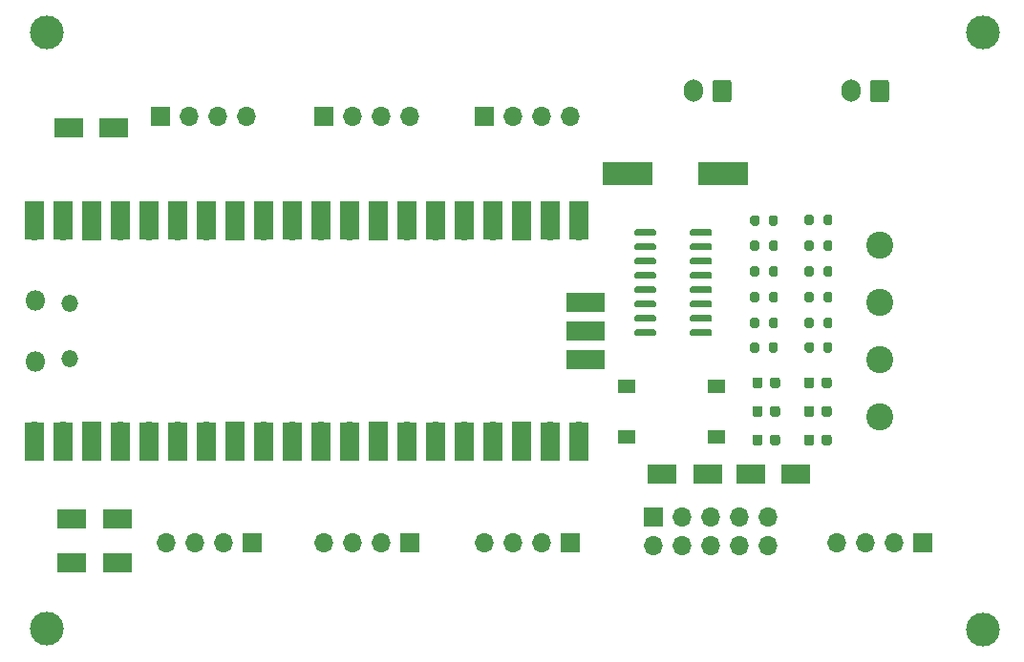
<source format=gbr>
%TF.GenerationSoftware,KiCad,Pcbnew,(5.1.10)-1*%
%TF.CreationDate,2021-10-27T22:41:58+01:00*%
%TF.ProjectId,flowcontrol,666c6f77-636f-46e7-9472-6f6c2e6b6963,rev?*%
%TF.SameCoordinates,Original*%
%TF.FileFunction,Soldermask,Top*%
%TF.FilePolarity,Negative*%
%FSLAX46Y46*%
G04 Gerber Fmt 4.6, Leading zero omitted, Abs format (unit mm)*
G04 Created by KiCad (PCBNEW (5.1.10)-1) date 2021-10-27 22:41:58*
%MOMM*%
%LPD*%
G01*
G04 APERTURE LIST*
%ADD10O,1.700000X1.700000*%
%ADD11R,1.700000X1.700000*%
%ADD12O,1.700000X2.000000*%
%ADD13C,2.400000*%
%ADD14R,1.550000X1.300000*%
%ADD15C,3.000000*%
%ADD16R,2.500000X1.800000*%
%ADD17R,1.700000X3.500000*%
%ADD18O,1.800000X1.800000*%
%ADD19O,1.500000X1.500000*%
%ADD20R,3.500000X1.700000*%
%ADD21R,4.500000X2.000000*%
G04 APERTURE END LIST*
D10*
%TO.C,J7*%
X171450000Y-112776000D03*
X173990000Y-112776000D03*
X176530000Y-112776000D03*
D11*
X179070000Y-112776000D03*
%TD*%
D12*
%TO.C,J4*%
X158790000Y-72644000D03*
G36*
G01*
X162140000Y-71894000D02*
X162140000Y-73394000D01*
G75*
G02*
X161890000Y-73644000I-250000J0D01*
G01*
X160690000Y-73644000D01*
G75*
G02*
X160440000Y-73394000I0J250000D01*
G01*
X160440000Y-71894000D01*
G75*
G02*
X160690000Y-71644000I250000J0D01*
G01*
X161890000Y-71644000D01*
G75*
G02*
X162140000Y-71894000I0J-250000D01*
G01*
G37*
%TD*%
%TO.C,J3*%
X172760000Y-72644000D03*
G36*
G01*
X176110000Y-71894000D02*
X176110000Y-73394000D01*
G75*
G02*
X175860000Y-73644000I-250000J0D01*
G01*
X174660000Y-73644000D01*
G75*
G02*
X174410000Y-73394000I0J250000D01*
G01*
X174410000Y-71894000D01*
G75*
G02*
X174660000Y-71644000I250000J0D01*
G01*
X175860000Y-71644000D01*
G75*
G02*
X176110000Y-71894000I0J-250000D01*
G01*
G37*
%TD*%
D13*
%TO.C,J6*%
X175260000Y-86360000D03*
X175260000Y-91440000D03*
X175260000Y-96520000D03*
X175260000Y-101600000D03*
%TD*%
%TO.C,R12*%
G36*
G01*
X170288000Y-84349000D02*
X170288000Y-83799000D01*
G75*
G02*
X170488000Y-83599000I200000J0D01*
G01*
X170888000Y-83599000D01*
G75*
G02*
X171088000Y-83799000I0J-200000D01*
G01*
X171088000Y-84349000D01*
G75*
G02*
X170888000Y-84549000I-200000J0D01*
G01*
X170488000Y-84549000D01*
G75*
G02*
X170288000Y-84349000I0J200000D01*
G01*
G37*
G36*
G01*
X168638000Y-84349000D02*
X168638000Y-83799000D01*
G75*
G02*
X168838000Y-83599000I200000J0D01*
G01*
X169238000Y-83599000D01*
G75*
G02*
X169438000Y-83799000I0J-200000D01*
G01*
X169438000Y-84349000D01*
G75*
G02*
X169238000Y-84549000I-200000J0D01*
G01*
X168838000Y-84549000D01*
G75*
G02*
X168638000Y-84349000I0J200000D01*
G01*
G37*
%TD*%
%TO.C,R11*%
G36*
G01*
X165462000Y-84411000D02*
X165462000Y-83861000D01*
G75*
G02*
X165662000Y-83661000I200000J0D01*
G01*
X166062000Y-83661000D01*
G75*
G02*
X166262000Y-83861000I0J-200000D01*
G01*
X166262000Y-84411000D01*
G75*
G02*
X166062000Y-84611000I-200000J0D01*
G01*
X165662000Y-84611000D01*
G75*
G02*
X165462000Y-84411000I0J200000D01*
G01*
G37*
G36*
G01*
X163812000Y-84411000D02*
X163812000Y-83861000D01*
G75*
G02*
X164012000Y-83661000I200000J0D01*
G01*
X164412000Y-83661000D01*
G75*
G02*
X164612000Y-83861000I0J-200000D01*
G01*
X164612000Y-84411000D01*
G75*
G02*
X164412000Y-84611000I-200000J0D01*
G01*
X164012000Y-84611000D01*
G75*
G02*
X163812000Y-84411000I0J200000D01*
G01*
G37*
%TD*%
%TO.C,R10*%
G36*
G01*
X165462000Y-86635000D02*
X165462000Y-86085000D01*
G75*
G02*
X165662000Y-85885000I200000J0D01*
G01*
X166062000Y-85885000D01*
G75*
G02*
X166262000Y-86085000I0J-200000D01*
G01*
X166262000Y-86635000D01*
G75*
G02*
X166062000Y-86835000I-200000J0D01*
G01*
X165662000Y-86835000D01*
G75*
G02*
X165462000Y-86635000I0J200000D01*
G01*
G37*
G36*
G01*
X163812000Y-86635000D02*
X163812000Y-86085000D01*
G75*
G02*
X164012000Y-85885000I200000J0D01*
G01*
X164412000Y-85885000D01*
G75*
G02*
X164612000Y-86085000I0J-200000D01*
G01*
X164612000Y-86635000D01*
G75*
G02*
X164412000Y-86835000I-200000J0D01*
G01*
X164012000Y-86835000D01*
G75*
G02*
X163812000Y-86635000I0J200000D01*
G01*
G37*
%TD*%
%TO.C,R9*%
G36*
G01*
X170288000Y-86635000D02*
X170288000Y-86085000D01*
G75*
G02*
X170488000Y-85885000I200000J0D01*
G01*
X170888000Y-85885000D01*
G75*
G02*
X171088000Y-86085000I0J-200000D01*
G01*
X171088000Y-86635000D01*
G75*
G02*
X170888000Y-86835000I-200000J0D01*
G01*
X170488000Y-86835000D01*
G75*
G02*
X170288000Y-86635000I0J200000D01*
G01*
G37*
G36*
G01*
X168638000Y-86635000D02*
X168638000Y-86085000D01*
G75*
G02*
X168838000Y-85885000I200000J0D01*
G01*
X169238000Y-85885000D01*
G75*
G02*
X169438000Y-86085000I0J-200000D01*
G01*
X169438000Y-86635000D01*
G75*
G02*
X169238000Y-86835000I-200000J0D01*
G01*
X168838000Y-86835000D01*
G75*
G02*
X168638000Y-86635000I0J200000D01*
G01*
G37*
%TD*%
D10*
%TO.C,J11*%
X133604000Y-74930000D03*
X131064000Y-74930000D03*
X128524000Y-74930000D03*
D11*
X125984000Y-74930000D03*
%TD*%
D10*
%TO.C,J10*%
X119126000Y-74930000D03*
X116586000Y-74930000D03*
X114046000Y-74930000D03*
D11*
X111506000Y-74930000D03*
%TD*%
D10*
%TO.C,J9*%
X140208000Y-112776000D03*
X142748000Y-112776000D03*
X145288000Y-112776000D03*
D11*
X147828000Y-112776000D03*
%TD*%
D10*
%TO.C,J8*%
X125984000Y-112776000D03*
X128524000Y-112776000D03*
X131064000Y-112776000D03*
D11*
X133604000Y-112776000D03*
%TD*%
D10*
%TO.C,J5*%
X165354000Y-113030000D03*
X165354000Y-110490000D03*
X162814000Y-113030000D03*
X162814000Y-110490000D03*
X160274000Y-113030000D03*
X160274000Y-110490000D03*
X157734000Y-113030000D03*
X157734000Y-110490000D03*
X155194000Y-113030000D03*
D11*
X155194000Y-110490000D03*
%TD*%
D14*
%TO.C,SW1*%
X160806000Y-103362000D03*
X160806000Y-98862000D03*
X152856000Y-98862000D03*
X152856000Y-103362000D03*
%TD*%
%TO.C,C6*%
G36*
G01*
X168572000Y-103870000D02*
X168572000Y-103370000D01*
G75*
G02*
X168797000Y-103145000I225000J0D01*
G01*
X169247000Y-103145000D01*
G75*
G02*
X169472000Y-103370000I0J-225000D01*
G01*
X169472000Y-103870000D01*
G75*
G02*
X169247000Y-104095000I-225000J0D01*
G01*
X168797000Y-104095000D01*
G75*
G02*
X168572000Y-103870000I0J225000D01*
G01*
G37*
G36*
G01*
X170122000Y-103870000D02*
X170122000Y-103370000D01*
G75*
G02*
X170347000Y-103145000I225000J0D01*
G01*
X170797000Y-103145000D01*
G75*
G02*
X171022000Y-103370000I0J-225000D01*
G01*
X171022000Y-103870000D01*
G75*
G02*
X170797000Y-104095000I-225000J0D01*
G01*
X170347000Y-104095000D01*
G75*
G02*
X170122000Y-103870000I0J225000D01*
G01*
G37*
%TD*%
%TO.C,C4*%
G36*
G01*
X168572000Y-98790000D02*
X168572000Y-98290000D01*
G75*
G02*
X168797000Y-98065000I225000J0D01*
G01*
X169247000Y-98065000D01*
G75*
G02*
X169472000Y-98290000I0J-225000D01*
G01*
X169472000Y-98790000D01*
G75*
G02*
X169247000Y-99015000I-225000J0D01*
G01*
X168797000Y-99015000D01*
G75*
G02*
X168572000Y-98790000I0J225000D01*
G01*
G37*
G36*
G01*
X170122000Y-98790000D02*
X170122000Y-98290000D01*
G75*
G02*
X170347000Y-98065000I225000J0D01*
G01*
X170797000Y-98065000D01*
G75*
G02*
X171022000Y-98290000I0J-225000D01*
G01*
X171022000Y-98790000D01*
G75*
G02*
X170797000Y-99015000I-225000J0D01*
G01*
X170347000Y-99015000D01*
G75*
G02*
X170122000Y-98790000I0J225000D01*
G01*
G37*
%TD*%
D15*
%TO.C,REF\u002A\u002A*%
X184454800Y-120421400D03*
%TD*%
%TO.C,R5*%
G36*
G01*
X165450000Y-95667000D02*
X165450000Y-95117000D01*
G75*
G02*
X165650000Y-94917000I200000J0D01*
G01*
X166050000Y-94917000D01*
G75*
G02*
X166250000Y-95117000I0J-200000D01*
G01*
X166250000Y-95667000D01*
G75*
G02*
X166050000Y-95867000I-200000J0D01*
G01*
X165650000Y-95867000D01*
G75*
G02*
X165450000Y-95667000I0J200000D01*
G01*
G37*
G36*
G01*
X163800000Y-95667000D02*
X163800000Y-95117000D01*
G75*
G02*
X164000000Y-94917000I200000J0D01*
G01*
X164400000Y-94917000D01*
G75*
G02*
X164600000Y-95117000I0J-200000D01*
G01*
X164600000Y-95667000D01*
G75*
G02*
X164400000Y-95867000I-200000J0D01*
G01*
X164000000Y-95867000D01*
G75*
G02*
X163800000Y-95667000I0J200000D01*
G01*
G37*
%TD*%
%TO.C,R6*%
G36*
G01*
X168638000Y-95667000D02*
X168638000Y-95117000D01*
G75*
G02*
X168838000Y-94917000I200000J0D01*
G01*
X169238000Y-94917000D01*
G75*
G02*
X169438000Y-95117000I0J-200000D01*
G01*
X169438000Y-95667000D01*
G75*
G02*
X169238000Y-95867000I-200000J0D01*
G01*
X168838000Y-95867000D01*
G75*
G02*
X168638000Y-95667000I0J200000D01*
G01*
G37*
G36*
G01*
X170288000Y-95667000D02*
X170288000Y-95117000D01*
G75*
G02*
X170488000Y-94917000I200000J0D01*
G01*
X170888000Y-94917000D01*
G75*
G02*
X171088000Y-95117000I0J-200000D01*
G01*
X171088000Y-95667000D01*
G75*
G02*
X170888000Y-95867000I-200000J0D01*
G01*
X170488000Y-95867000D01*
G75*
G02*
X170288000Y-95667000I0J200000D01*
G01*
G37*
%TD*%
%TO.C,REF\u002A\u002A*%
X101447600Y-120370600D03*
%TD*%
%TO.C,REF\u002A\u002A*%
X184454800Y-67411600D03*
%TD*%
D16*
%TO.C,D1*%
X156020000Y-106680000D03*
X160020000Y-106680000D03*
%TD*%
D10*
%TO.C,J2*%
X112014000Y-112776000D03*
X114554000Y-112776000D03*
X117094000Y-112776000D03*
D11*
X119634000Y-112776000D03*
%TD*%
%TO.C,J1*%
X140208000Y-74930000D03*
D10*
X142748000Y-74930000D03*
X145288000Y-74930000D03*
X147828000Y-74930000D03*
%TD*%
D16*
%TO.C,D2*%
X167830000Y-106680000D03*
X163830000Y-106680000D03*
%TD*%
%TO.C,R4*%
G36*
G01*
X165462000Y-91207000D02*
X165462000Y-90657000D01*
G75*
G02*
X165662000Y-90457000I200000J0D01*
G01*
X166062000Y-90457000D01*
G75*
G02*
X166262000Y-90657000I0J-200000D01*
G01*
X166262000Y-91207000D01*
G75*
G02*
X166062000Y-91407000I-200000J0D01*
G01*
X165662000Y-91407000D01*
G75*
G02*
X165462000Y-91207000I0J200000D01*
G01*
G37*
G36*
G01*
X163812000Y-91207000D02*
X163812000Y-90657000D01*
G75*
G02*
X164012000Y-90457000I200000J0D01*
G01*
X164412000Y-90457000D01*
G75*
G02*
X164612000Y-90657000I0J-200000D01*
G01*
X164612000Y-91207000D01*
G75*
G02*
X164412000Y-91407000I-200000J0D01*
G01*
X164012000Y-91407000D01*
G75*
G02*
X163812000Y-91207000I0J200000D01*
G01*
G37*
%TD*%
%TO.C,R7*%
G36*
G01*
X165462000Y-93493000D02*
X165462000Y-92943000D01*
G75*
G02*
X165662000Y-92743000I200000J0D01*
G01*
X166062000Y-92743000D01*
G75*
G02*
X166262000Y-92943000I0J-200000D01*
G01*
X166262000Y-93493000D01*
G75*
G02*
X166062000Y-93693000I-200000J0D01*
G01*
X165662000Y-93693000D01*
G75*
G02*
X165462000Y-93493000I0J200000D01*
G01*
G37*
G36*
G01*
X163812000Y-93493000D02*
X163812000Y-92943000D01*
G75*
G02*
X164012000Y-92743000I200000J0D01*
G01*
X164412000Y-92743000D01*
G75*
G02*
X164612000Y-92943000I0J-200000D01*
G01*
X164612000Y-93493000D01*
G75*
G02*
X164412000Y-93693000I-200000J0D01*
G01*
X164012000Y-93693000D01*
G75*
G02*
X163812000Y-93493000I0J200000D01*
G01*
G37*
%TD*%
%TO.C,C3*%
G36*
G01*
X164000000Y-103870000D02*
X164000000Y-103370000D01*
G75*
G02*
X164225000Y-103145000I225000J0D01*
G01*
X164675000Y-103145000D01*
G75*
G02*
X164900000Y-103370000I0J-225000D01*
G01*
X164900000Y-103870000D01*
G75*
G02*
X164675000Y-104095000I-225000J0D01*
G01*
X164225000Y-104095000D01*
G75*
G02*
X164000000Y-103870000I0J225000D01*
G01*
G37*
G36*
G01*
X165550000Y-103870000D02*
X165550000Y-103370000D01*
G75*
G02*
X165775000Y-103145000I225000J0D01*
G01*
X166225000Y-103145000D01*
G75*
G02*
X166450000Y-103370000I0J-225000D01*
G01*
X166450000Y-103870000D01*
G75*
G02*
X166225000Y-104095000I-225000J0D01*
G01*
X165775000Y-104095000D01*
G75*
G02*
X165550000Y-103870000I0J225000D01*
G01*
G37*
%TD*%
%TO.C,R2*%
G36*
G01*
X165462000Y-88921000D02*
X165462000Y-88371000D01*
G75*
G02*
X165662000Y-88171000I200000J0D01*
G01*
X166062000Y-88171000D01*
G75*
G02*
X166262000Y-88371000I0J-200000D01*
G01*
X166262000Y-88921000D01*
G75*
G02*
X166062000Y-89121000I-200000J0D01*
G01*
X165662000Y-89121000D01*
G75*
G02*
X165462000Y-88921000I0J200000D01*
G01*
G37*
G36*
G01*
X163812000Y-88921000D02*
X163812000Y-88371000D01*
G75*
G02*
X164012000Y-88171000I200000J0D01*
G01*
X164412000Y-88171000D01*
G75*
G02*
X164612000Y-88371000I0J-200000D01*
G01*
X164612000Y-88921000D01*
G75*
G02*
X164412000Y-89121000I-200000J0D01*
G01*
X164012000Y-89121000D01*
G75*
G02*
X163812000Y-88921000I0J200000D01*
G01*
G37*
%TD*%
%TO.C,C1*%
G36*
G01*
X164000000Y-98790000D02*
X164000000Y-98290000D01*
G75*
G02*
X164225000Y-98065000I225000J0D01*
G01*
X164675000Y-98065000D01*
G75*
G02*
X164900000Y-98290000I0J-225000D01*
G01*
X164900000Y-98790000D01*
G75*
G02*
X164675000Y-99015000I-225000J0D01*
G01*
X164225000Y-99015000D01*
G75*
G02*
X164000000Y-98790000I0J225000D01*
G01*
G37*
G36*
G01*
X165550000Y-98790000D02*
X165550000Y-98290000D01*
G75*
G02*
X165775000Y-98065000I225000J0D01*
G01*
X166225000Y-98065000D01*
G75*
G02*
X166450000Y-98290000I0J-225000D01*
G01*
X166450000Y-98790000D01*
G75*
G02*
X166225000Y-99015000I-225000J0D01*
G01*
X165775000Y-99015000D01*
G75*
G02*
X165550000Y-98790000I0J225000D01*
G01*
G37*
%TD*%
D15*
%TO.C,REF\u002A\u002A*%
X101447600Y-67424300D03*
%TD*%
%TO.C,C5*%
G36*
G01*
X170122000Y-101330000D02*
X170122000Y-100830000D01*
G75*
G02*
X170347000Y-100605000I225000J0D01*
G01*
X170797000Y-100605000D01*
G75*
G02*
X171022000Y-100830000I0J-225000D01*
G01*
X171022000Y-101330000D01*
G75*
G02*
X170797000Y-101555000I-225000J0D01*
G01*
X170347000Y-101555000D01*
G75*
G02*
X170122000Y-101330000I0J225000D01*
G01*
G37*
G36*
G01*
X168572000Y-101330000D02*
X168572000Y-100830000D01*
G75*
G02*
X168797000Y-100605000I225000J0D01*
G01*
X169247000Y-100605000D01*
G75*
G02*
X169472000Y-100830000I0J-225000D01*
G01*
X169472000Y-101330000D01*
G75*
G02*
X169247000Y-101555000I-225000J0D01*
G01*
X168797000Y-101555000D01*
G75*
G02*
X168572000Y-101330000I0J225000D01*
G01*
G37*
%TD*%
%TO.C,C2*%
G36*
G01*
X165550000Y-101330000D02*
X165550000Y-100830000D01*
G75*
G02*
X165775000Y-100605000I225000J0D01*
G01*
X166225000Y-100605000D01*
G75*
G02*
X166450000Y-100830000I0J-225000D01*
G01*
X166450000Y-101330000D01*
G75*
G02*
X166225000Y-101555000I-225000J0D01*
G01*
X165775000Y-101555000D01*
G75*
G02*
X165550000Y-101330000I0J225000D01*
G01*
G37*
G36*
G01*
X164000000Y-101330000D02*
X164000000Y-100830000D01*
G75*
G02*
X164225000Y-100605000I225000J0D01*
G01*
X164675000Y-100605000D01*
G75*
G02*
X164900000Y-100830000I0J-225000D01*
G01*
X164900000Y-101330000D01*
G75*
G02*
X164675000Y-101555000I-225000J0D01*
G01*
X164225000Y-101555000D01*
G75*
G02*
X164000000Y-101330000I0J225000D01*
G01*
G37*
%TD*%
D10*
%TO.C,U1*%
X100320000Y-102840000D03*
X102860000Y-102840000D03*
D11*
X105400000Y-102840000D03*
D10*
X107940000Y-102840000D03*
X110480000Y-102840000D03*
X113020000Y-102840000D03*
X115560000Y-102840000D03*
D11*
X118100000Y-102840000D03*
D10*
X120640000Y-102840000D03*
X123180000Y-102840000D03*
X125720000Y-102840000D03*
X128260000Y-102840000D03*
D11*
X130800000Y-102840000D03*
D10*
X133340000Y-102840000D03*
X135880000Y-102840000D03*
X138420000Y-102840000D03*
X140960000Y-102840000D03*
D11*
X143500000Y-102840000D03*
D10*
X146040000Y-102840000D03*
X148580000Y-102840000D03*
X148580000Y-85060000D03*
X146040000Y-85060000D03*
D11*
X143500000Y-85060000D03*
D10*
X140960000Y-85060000D03*
X138420000Y-85060000D03*
X135880000Y-85060000D03*
X133340000Y-85060000D03*
D11*
X130800000Y-85060000D03*
D10*
X128260000Y-85060000D03*
X125720000Y-85060000D03*
X123180000Y-85060000D03*
X120640000Y-85060000D03*
D11*
X118100000Y-85060000D03*
D10*
X115560000Y-85060000D03*
X113020000Y-85060000D03*
X110480000Y-85060000D03*
X107940000Y-85060000D03*
D11*
X105400000Y-85060000D03*
D10*
X102860000Y-85060000D03*
X100320000Y-85060000D03*
D17*
X100320000Y-103740000D03*
X102860000Y-103740000D03*
X105400000Y-103740000D03*
X107940000Y-103740000D03*
X110480000Y-103740000D03*
X113020000Y-103740000D03*
X115560000Y-103740000D03*
X118100000Y-103740000D03*
X120640000Y-103740000D03*
X123180000Y-103740000D03*
X125720000Y-103740000D03*
X128260000Y-103740000D03*
X130800000Y-103740000D03*
X133340000Y-103740000D03*
X135880000Y-103740000D03*
X138420000Y-103740000D03*
X140960000Y-103740000D03*
X143500000Y-103740000D03*
X146040000Y-103740000D03*
X148580000Y-103740000D03*
X100320000Y-84160000D03*
X102860000Y-84160000D03*
X105400000Y-84160000D03*
X107940000Y-84160000D03*
X110480000Y-84160000D03*
X113020000Y-84160000D03*
X115560000Y-84160000D03*
X118100000Y-84160000D03*
X120640000Y-84160000D03*
X123180000Y-84160000D03*
X125720000Y-84160000D03*
X128260000Y-84160000D03*
X130800000Y-84160000D03*
X133340000Y-84160000D03*
X135880000Y-84160000D03*
X138420000Y-84160000D03*
X140960000Y-84160000D03*
X143500000Y-84160000D03*
X146040000Y-84160000D03*
X148580000Y-84160000D03*
D18*
X100450000Y-96675000D03*
X100450000Y-91225000D03*
D19*
X103480000Y-96375000D03*
X103480000Y-91525000D03*
D20*
X149250000Y-96490000D03*
D10*
X148350000Y-96490000D03*
D20*
X149250000Y-93950000D03*
D11*
X148350000Y-93950000D03*
D20*
X149250000Y-91410000D03*
D10*
X148350000Y-91410000D03*
%TD*%
D16*
%TO.C,D5*%
X103696000Y-110632000D03*
X107696000Y-110632000D03*
%TD*%
%TO.C,D3*%
X103696000Y-114554000D03*
X107696000Y-114554000D03*
%TD*%
%TO.C,U2*%
G36*
G01*
X153522000Y-85367000D02*
X153522000Y-85067000D01*
G75*
G02*
X153672000Y-84917000I150000J0D01*
G01*
X155322000Y-84917000D01*
G75*
G02*
X155472000Y-85067000I0J-150000D01*
G01*
X155472000Y-85367000D01*
G75*
G02*
X155322000Y-85517000I-150000J0D01*
G01*
X153672000Y-85517000D01*
G75*
G02*
X153522000Y-85367000I0J150000D01*
G01*
G37*
G36*
G01*
X153522000Y-86637000D02*
X153522000Y-86337000D01*
G75*
G02*
X153672000Y-86187000I150000J0D01*
G01*
X155322000Y-86187000D01*
G75*
G02*
X155472000Y-86337000I0J-150000D01*
G01*
X155472000Y-86637000D01*
G75*
G02*
X155322000Y-86787000I-150000J0D01*
G01*
X153672000Y-86787000D01*
G75*
G02*
X153522000Y-86637000I0J150000D01*
G01*
G37*
G36*
G01*
X153522000Y-87907000D02*
X153522000Y-87607000D01*
G75*
G02*
X153672000Y-87457000I150000J0D01*
G01*
X155322000Y-87457000D01*
G75*
G02*
X155472000Y-87607000I0J-150000D01*
G01*
X155472000Y-87907000D01*
G75*
G02*
X155322000Y-88057000I-150000J0D01*
G01*
X153672000Y-88057000D01*
G75*
G02*
X153522000Y-87907000I0J150000D01*
G01*
G37*
G36*
G01*
X153522000Y-89177000D02*
X153522000Y-88877000D01*
G75*
G02*
X153672000Y-88727000I150000J0D01*
G01*
X155322000Y-88727000D01*
G75*
G02*
X155472000Y-88877000I0J-150000D01*
G01*
X155472000Y-89177000D01*
G75*
G02*
X155322000Y-89327000I-150000J0D01*
G01*
X153672000Y-89327000D01*
G75*
G02*
X153522000Y-89177000I0J150000D01*
G01*
G37*
G36*
G01*
X153522000Y-90447000D02*
X153522000Y-90147000D01*
G75*
G02*
X153672000Y-89997000I150000J0D01*
G01*
X155322000Y-89997000D01*
G75*
G02*
X155472000Y-90147000I0J-150000D01*
G01*
X155472000Y-90447000D01*
G75*
G02*
X155322000Y-90597000I-150000J0D01*
G01*
X153672000Y-90597000D01*
G75*
G02*
X153522000Y-90447000I0J150000D01*
G01*
G37*
G36*
G01*
X153522000Y-91717000D02*
X153522000Y-91417000D01*
G75*
G02*
X153672000Y-91267000I150000J0D01*
G01*
X155322000Y-91267000D01*
G75*
G02*
X155472000Y-91417000I0J-150000D01*
G01*
X155472000Y-91717000D01*
G75*
G02*
X155322000Y-91867000I-150000J0D01*
G01*
X153672000Y-91867000D01*
G75*
G02*
X153522000Y-91717000I0J150000D01*
G01*
G37*
G36*
G01*
X153522000Y-92987000D02*
X153522000Y-92687000D01*
G75*
G02*
X153672000Y-92537000I150000J0D01*
G01*
X155322000Y-92537000D01*
G75*
G02*
X155472000Y-92687000I0J-150000D01*
G01*
X155472000Y-92987000D01*
G75*
G02*
X155322000Y-93137000I-150000J0D01*
G01*
X153672000Y-93137000D01*
G75*
G02*
X153522000Y-92987000I0J150000D01*
G01*
G37*
G36*
G01*
X153522000Y-94257000D02*
X153522000Y-93957000D01*
G75*
G02*
X153672000Y-93807000I150000J0D01*
G01*
X155322000Y-93807000D01*
G75*
G02*
X155472000Y-93957000I0J-150000D01*
G01*
X155472000Y-94257000D01*
G75*
G02*
X155322000Y-94407000I-150000J0D01*
G01*
X153672000Y-94407000D01*
G75*
G02*
X153522000Y-94257000I0J150000D01*
G01*
G37*
G36*
G01*
X158472000Y-94257000D02*
X158472000Y-93957000D01*
G75*
G02*
X158622000Y-93807000I150000J0D01*
G01*
X160272000Y-93807000D01*
G75*
G02*
X160422000Y-93957000I0J-150000D01*
G01*
X160422000Y-94257000D01*
G75*
G02*
X160272000Y-94407000I-150000J0D01*
G01*
X158622000Y-94407000D01*
G75*
G02*
X158472000Y-94257000I0J150000D01*
G01*
G37*
G36*
G01*
X158472000Y-92987000D02*
X158472000Y-92687000D01*
G75*
G02*
X158622000Y-92537000I150000J0D01*
G01*
X160272000Y-92537000D01*
G75*
G02*
X160422000Y-92687000I0J-150000D01*
G01*
X160422000Y-92987000D01*
G75*
G02*
X160272000Y-93137000I-150000J0D01*
G01*
X158622000Y-93137000D01*
G75*
G02*
X158472000Y-92987000I0J150000D01*
G01*
G37*
G36*
G01*
X158472000Y-91717000D02*
X158472000Y-91417000D01*
G75*
G02*
X158622000Y-91267000I150000J0D01*
G01*
X160272000Y-91267000D01*
G75*
G02*
X160422000Y-91417000I0J-150000D01*
G01*
X160422000Y-91717000D01*
G75*
G02*
X160272000Y-91867000I-150000J0D01*
G01*
X158622000Y-91867000D01*
G75*
G02*
X158472000Y-91717000I0J150000D01*
G01*
G37*
G36*
G01*
X158472000Y-90447000D02*
X158472000Y-90147000D01*
G75*
G02*
X158622000Y-89997000I150000J0D01*
G01*
X160272000Y-89997000D01*
G75*
G02*
X160422000Y-90147000I0J-150000D01*
G01*
X160422000Y-90447000D01*
G75*
G02*
X160272000Y-90597000I-150000J0D01*
G01*
X158622000Y-90597000D01*
G75*
G02*
X158472000Y-90447000I0J150000D01*
G01*
G37*
G36*
G01*
X158472000Y-89177000D02*
X158472000Y-88877000D01*
G75*
G02*
X158622000Y-88727000I150000J0D01*
G01*
X160272000Y-88727000D01*
G75*
G02*
X160422000Y-88877000I0J-150000D01*
G01*
X160422000Y-89177000D01*
G75*
G02*
X160272000Y-89327000I-150000J0D01*
G01*
X158622000Y-89327000D01*
G75*
G02*
X158472000Y-89177000I0J150000D01*
G01*
G37*
G36*
G01*
X158472000Y-87907000D02*
X158472000Y-87607000D01*
G75*
G02*
X158622000Y-87457000I150000J0D01*
G01*
X160272000Y-87457000D01*
G75*
G02*
X160422000Y-87607000I0J-150000D01*
G01*
X160422000Y-87907000D01*
G75*
G02*
X160272000Y-88057000I-150000J0D01*
G01*
X158622000Y-88057000D01*
G75*
G02*
X158472000Y-87907000I0J150000D01*
G01*
G37*
G36*
G01*
X158472000Y-86637000D02*
X158472000Y-86337000D01*
G75*
G02*
X158622000Y-86187000I150000J0D01*
G01*
X160272000Y-86187000D01*
G75*
G02*
X160422000Y-86337000I0J-150000D01*
G01*
X160422000Y-86637000D01*
G75*
G02*
X160272000Y-86787000I-150000J0D01*
G01*
X158622000Y-86787000D01*
G75*
G02*
X158472000Y-86637000I0J150000D01*
G01*
G37*
G36*
G01*
X158472000Y-85367000D02*
X158472000Y-85067000D01*
G75*
G02*
X158622000Y-84917000I150000J0D01*
G01*
X160272000Y-84917000D01*
G75*
G02*
X160422000Y-85067000I0J-150000D01*
G01*
X160422000Y-85367000D01*
G75*
G02*
X160272000Y-85517000I-150000J0D01*
G01*
X158622000Y-85517000D01*
G75*
G02*
X158472000Y-85367000I0J150000D01*
G01*
G37*
%TD*%
%TO.C,R1*%
G36*
G01*
X168638000Y-88921000D02*
X168638000Y-88371000D01*
G75*
G02*
X168838000Y-88171000I200000J0D01*
G01*
X169238000Y-88171000D01*
G75*
G02*
X169438000Y-88371000I0J-200000D01*
G01*
X169438000Y-88921000D01*
G75*
G02*
X169238000Y-89121000I-200000J0D01*
G01*
X168838000Y-89121000D01*
G75*
G02*
X168638000Y-88921000I0J200000D01*
G01*
G37*
G36*
G01*
X170288000Y-88921000D02*
X170288000Y-88371000D01*
G75*
G02*
X170488000Y-88171000I200000J0D01*
G01*
X170888000Y-88171000D01*
G75*
G02*
X171088000Y-88371000I0J-200000D01*
G01*
X171088000Y-88921000D01*
G75*
G02*
X170888000Y-89121000I-200000J0D01*
G01*
X170488000Y-89121000D01*
G75*
G02*
X170288000Y-88921000I0J200000D01*
G01*
G37*
%TD*%
D21*
%TO.C,Y1*%
X161408000Y-80010000D03*
X152908000Y-80010000D03*
%TD*%
%TO.C,R3*%
G36*
G01*
X168638000Y-91207000D02*
X168638000Y-90657000D01*
G75*
G02*
X168838000Y-90457000I200000J0D01*
G01*
X169238000Y-90457000D01*
G75*
G02*
X169438000Y-90657000I0J-200000D01*
G01*
X169438000Y-91207000D01*
G75*
G02*
X169238000Y-91407000I-200000J0D01*
G01*
X168838000Y-91407000D01*
G75*
G02*
X168638000Y-91207000I0J200000D01*
G01*
G37*
G36*
G01*
X170288000Y-91207000D02*
X170288000Y-90657000D01*
G75*
G02*
X170488000Y-90457000I200000J0D01*
G01*
X170888000Y-90457000D01*
G75*
G02*
X171088000Y-90657000I0J-200000D01*
G01*
X171088000Y-91207000D01*
G75*
G02*
X170888000Y-91407000I-200000J0D01*
G01*
X170488000Y-91407000D01*
G75*
G02*
X170288000Y-91207000I0J200000D01*
G01*
G37*
%TD*%
%TO.C,R8*%
G36*
G01*
X168638000Y-93493000D02*
X168638000Y-92943000D01*
G75*
G02*
X168838000Y-92743000I200000J0D01*
G01*
X169238000Y-92743000D01*
G75*
G02*
X169438000Y-92943000I0J-200000D01*
G01*
X169438000Y-93493000D01*
G75*
G02*
X169238000Y-93693000I-200000J0D01*
G01*
X168838000Y-93693000D01*
G75*
G02*
X168638000Y-93493000I0J200000D01*
G01*
G37*
G36*
G01*
X170288000Y-93493000D02*
X170288000Y-92943000D01*
G75*
G02*
X170488000Y-92743000I200000J0D01*
G01*
X170888000Y-92743000D01*
G75*
G02*
X171088000Y-92943000I0J-200000D01*
G01*
X171088000Y-93493000D01*
G75*
G02*
X170888000Y-93693000I-200000J0D01*
G01*
X170488000Y-93693000D01*
G75*
G02*
X170288000Y-93493000I0J200000D01*
G01*
G37*
%TD*%
D16*
%TO.C,D4*%
X107410000Y-75946000D03*
X103410000Y-75946000D03*
%TD*%
M02*

</source>
